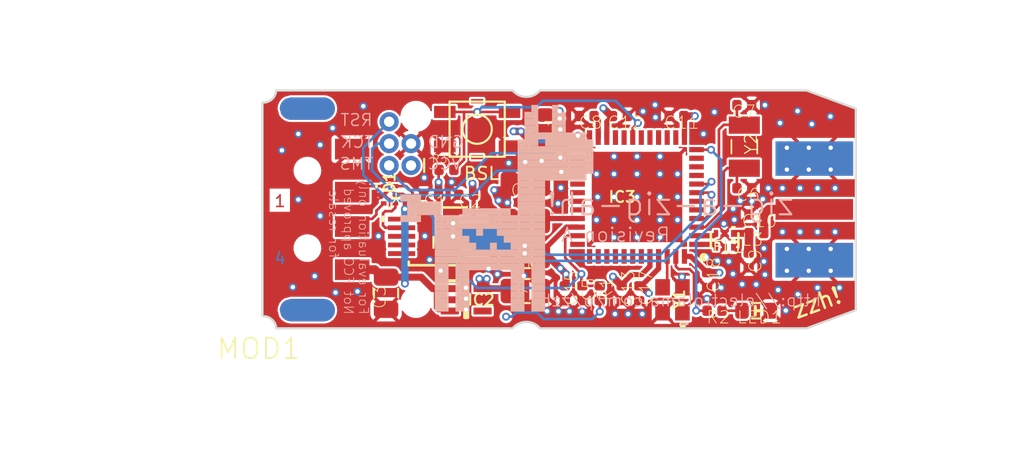
<source format=kicad_pcb>
(kicad_pcb (version 20221018) (generator pcbnew)
  (layers (0 "F.Cu" signal) (1 "In1.Cu" signal) (2 "In2.Cu" signal) (31 "B.Cu" signal) (34 "B.Paste" user) (35 "F.Paste" user) (36 "B.SilkS" user "B.Silkscreen") (37 "F.SilkS" user "F.Silkscreen") (38 "B.Mask" user) (39 "F.Mask" user) (44 "Edge.Cuts" user))
  (net 0 "")
  (net 1 "VUSB")
  (net 2 "RF_P")
  (net 3 "RF_N")
  (net 4 "X48M_P")
  (net 5 "X48M_N")
  (net 6 "X32K_Q2")
  (net 7 "X32K_Q1")
  (net 8 "RESET")
  (net 9 "DCDC_SW")
  (net 10 "VDDR")
  (net 11 "UNBAL")
  (net 12 "VDDS")
  (net 13 "GND")
  (net 14 "DCOUPL")
  (net 15 "VCC")
  (net 16 "TCK")
  (net 17 "TMS")
  (net 18 "PC_RX")
  (net 19 "PC_TX")
  (net 20 "BSL")
  (net 21 "LED")
  (net 22 "N$16")
  (net 23 "ANT")
  (net 24 "USB_D+")
  (net 25 "USB_D-")
  (net 26 "UD-")
  (net 27 "UD+")
  (footprint "working:_PKG_C_0402" (layer "F.Cu") (at 159.9396 105.299599)
    (fp_text reference "C10")
    (fp_text value "DNP")
  )
  (footprint "working:_PKG_C_0805" (layer "F.Cu") (at 138.4639 109.871599 -90)
    (fp_text reference "C3")
    (fp_text value "22u")
  )
  (footprint "working:_PKG_C_0805" (layer "F.Cu") (at 146.5411 105.680599 180)
    (fp_text reference "L2")
    (fp_text value "MLZ2012N6R8LT000")
  )
  (footprint "working:_PKG_C_0805" (layer "F.Cu") (at 146.5411 109.744599)
    (fp_text reference "C4")
    (fp_text value "22u")
  )
  (footprint "working:_PKG_C_0402" (layer "F.Cu") (at 152.1291 109.871599 -90)
    (fp_text reference "C13")
    (fp_text value "100n")
  )
  (footprint "working:_PKG_C_0805" (layer "F.Cu") (at 146.5411 107.712599 180)
    (fp_text reference "C14")
    (fp_text value "22u")
  )
  (footprint "working:_PKG_C_0402" (layer "F.Cu") (at 157.0821 109.109599 -90)
    (fp_text reference "C18")
    (fp_text value "100n")
  )
  (footprint "working:QFN50P700X700X100-49N" (layer "F.Cu") (at 153.0181 104.283599 180)
    (fp_text reference "IC3")
    (fp_text value "CC2652R1FRGZ")
  )
  (footprint "working:_PKG_C_0402" (layer "F.Cu") (at 141.9691 102.708799)
    (fp_text reference "R3")
    (fp_text value "100K")
  )
  (footprint "working:_PKG_C_0402" (layer "F.Cu") (at 149.8431 109.871599 90)
    (fp_text reference "C5")
    (fp_text value "100n")
  )
  (footprint "working:_PKG_C_0402" (layer "F.Cu") (at 141.0801 104.156599)
    (fp_text reference "C1")
    (fp_text value "100n")
  )
  (footprint "working:XTAL-4P-2016" (layer "F.Cu") (at 155.0755 110.252599 90)
    (fp_text reference "Y1")
    (fp_text value "Q22FA12800150")
  )
  (footprint "working:_PKG_LED_0603" (layer "F.Cu") (at 159.9269 110.887599 180)
    (fp_text reference "LED1")
    (fp_text value "")
  )
  (footprint "working:_PKG_C_0402" (layer "F.Cu") (at 150.0971 99.584599)
    (fp_text reference "C8")
    (fp_text value "1u")
  )
  (footprint "working:_PKG_MSOP10_TI-DGS10" (layer "F.Cu") (at 141.4611 106.569599)
    (fp_text reference "IC1")
    (fp_text value "CH340E" hide)
  )
  (footprint "working:_PKG_C_0402" (layer "F.Cu") (at 155.3041 99.584599 180)
    (fp_text reference "C11")
    (fp_text value "100n")
  )
  (footprint "working:_PKG_L_0402" (layer "F.Cu") (at 159.9396 106.379099)
    (fp_text reference "L3")
    (fp_text value "0")
  )
  (footprint "working:XTAL-2P-3215" (layer "F.Cu") (at 159.2411 101.362599 90)
    (fp_text reference "Y2")
    (fp_text value "32.768KHz")
  )
  (footprint "working:_PKG_C_0402" (layer "F.Cu") (at 150.8591 109.871599 -90)
    (fp_text reference "R1")
    (fp_text value "100K")
  )
  (footprint "working:_PKG_C_0402" (layer "F.Cu") (at 157.5139 110.887599)
    (fp_text reference "R2")
    (fp_text value "100")
  )
  (footprint "working:_PKG_C_0402" (layer "F.Cu") (at 152.0275 99.584599)
    (fp_text reference "C12")
    (fp_text value "100n")
  )
  (footprint "working:_PKG_C_0402" (layer "F.Cu") (at 159.2411 103.775599 180)
    (fp_text reference "C6")
    (fp_text value "12p")
  )
  (footprint "working:_PKG_C_0402" (layer "F.Cu") (at 148.8271 109.871599 -90)
    (fp_text reference "C15")
    (fp_text value "100n")
  )
  (footprint "working:_PKG_C_0402" (layer "F.Cu") (at 153.1451 109.871599 -90)
    (fp_text reference "C17")
    (fp_text value "100n")
  )
  (footprint "working:_PKG_C_0805" (layer "F.Cu") (at 146.5411 103.521599)
    (fp_text reference "C16")
    (fp_text value "22u")
  )
  (footprint "working:K2-1177SW-D4DW-06" (layer "F.Cu") (at 143.7471 100.346599 180)
    (fp_text reference "SW1" hide)
    (fp_text value "K2-1177SW-D4DW-06" hide)
  )
  (footprint "working:_PKG_L_0603" (layer "F.Cu") (at 147.6841 100.346599 90)
    (fp_text reference "L1")
    (fp_text value "BLM18HE152SN1")
  )
  (footprint "working:DEBUG_CORTEX_5PIN" (layer "F.Cu") (at 139.2767 101.184799 90)
    (fp_text reference "CON3" hide)
    (fp_text value "DNP" hide)
  )
  (footprint "working:_PKG_SOT886_JEDEC-MO-252" (layer "F.Cu") (at 138.6671 104.156599 -90)
    (fp_text reference "D1")
    (fp_text value "PRTR5V0U2F,115")
  )
  (footprint "working:LFB182G45BG5D920" (layer "F.Cu") (at 158.0981 106.798199)
    (fp_text reference "FL1")
    (fp_text value "BALUN_LFB182G45BG5D920")
  )
  (footprint "working:_PKG_C_0402" (layer "F.Cu") (at 159.4951 107.966599 90)
    (fp_text reference "C9")
    (fp_text value "DNP")
  )
  (footprint "working:_PKG_C_0402" (layer "F.Cu") (at 159.2411 98.949599 180)
    (fp_text reference "C7")
    (fp_text value "12p")
  )
  (footprint "working:SOT65P212X110-5N" (layer "F.Cu") (at 143.1121 110.252599)
    (fp_text reference "IC2")
    (fp_text value "ME6211C33R5G")
  )
  (footprint "working:ZZH_MODULE" (layer "F.Cu") (at 131.3011 111.903599)
    (fp_text reference "MOD1")
    (fp_text value "")
    (fp_line (start 0 -13.1) (end 0 -0.7) (stroke (width 0.127)) (layer "Edge.Cuts"))
    (fp_line (start 0.8 -13.8) (end 14.5 -13.8) (stroke (width 0.127)) (layer "Edge.Cuts"))
    (fp_line (start 0.8 0) (end 14.5 0) (stroke (width 0.127)) (layer "Edge.Cuts"))
    (fp_line (start 16.1 -13.8) (end 31.55 -13.8) (stroke (width 0.127)) (layer "Edge.Cuts"))
    (fp_line (start 16.1 0) (end 31.55 0) (stroke (width 0.127)) (layer "Edge.Cuts"))
    (fp_line (start 31.55 -13.8) (end 34.4 -12.743) (stroke (width 0.127)) (layer "Edge.Cuts"))
    (fp_line (start 31.55 0) (end 34.4 -1.057) (stroke (width 0.127)) (layer "Edge.Cuts"))
    (fp_line (start 34.4 -1.057) (end 34.4 -12.743) (stroke (width 0.127)) (layer "Edge.Cuts"))
    (fp_arc (start 0 -0.7) (mid 0.544974 -0.515685) (end 0.799999 0.000001) (stroke (width 0.127)) (layer "Edge.Cuts"))
    (fp_arc (start 0.8 -13.8) (mid 0.544974 -13.284314) (end -0.000001 -13.099999) (stroke (width 0.127)) (layer "Edge.Cuts"))
    (fp_arc (start 14.5 0) (mid 15.299999 -0.373046) (end 16.099999 -0.000001) (stroke (width 0.127)) (layer "Edge.Cuts"))
    (fp_arc (start 16.1 -13.8) (mid 15.300001 -13.426954) (end 14.500001 -13.799999) (stroke (width 0.127)) (layer "Edge.Cuts"))
  )
  (footprint "working:_PKG_C_0402" (layer "F.Cu") (at 143.1121 104.156599)
    (fp_text reference "C2")
    (fp_text value "100n")
  )
  (footprint "working:ELECTROLAMA" (layer "B.Cu") (at 144.471 106.379099 180)
    (fp_text reference "U$5" hide)
    (fp_text value "LOGO-ELECTROLAMA" hide)
  )
  (gr_line (start 155.9391 111.649599) (end 155.6216 111.649599) (stroke (width 0.1524)) (layer "B.SilkS"))
  (gr_line (start 137.9051 103.585099) (end 137.9051 103.712099) (stroke (width 0.1524)) (layer "F.SilkS"))
  (gr_line (start 138.2861 105.426599) (end 138.2861 105.680599) (stroke (width 0.1524)) (layer "F.SilkS"))
  (gr_text "1" (at 131.9361 104.918599) (layer "F.Cu") (effects (font (size 0.67056 0.67056) (thickness 0.09144)) (justify left bottom)))
  (gr_text "4" (at 131.9361 108.252349) (layer "B.Cu") (effects (font (size 0.67056 0.67056) (thickness 0.09144)) (justify left bottom)))
  (gr_text "RST" (at 137.7273 100.219599) (layer "B.SilkS") (effects (font (size 0.6858 0.6858) (thickness 0.0762)) (justify left bottom mirror)))
  (gr_text "GND" (at 140.8261 101.489599) (layer "B.SilkS") (effects (font (size 0.6858 0.6858) (thickness 0.0762)) (justify right bottom mirror)))
  (gr_text "For evaluation only\nNot FCC approved\n        for resale" (at 135.1111 111.141599 -90) (layer "B.SilkS") (effects (font (size 0.537464 0.537464) (thickness 0.046736)) (justify left bottom mirror)))
  (gr_text "http://electrolama.com/p/zzh" (at 163.7496 110.697099) (layer "B.SilkS") (effects (font (size 0.69342 0.69342) (thickness 0.06858)) (justify left bottom mirror)))
  (gr_text "zig-a-zig-ah!" (at 162.2256 105.451999) (layer "B.SilkS") (effects (font (size 1.27127 1.27127) (thickness 0.12573)) (justify left bottom mirror)))
  (gr_text "Revision A" (at 154.9866 106.950599) (layer "B.SilkS") (effects (font (size 0.80899 0.80899) (thickness 0.08001)) (justify left bottom mirror)))
  (gr_text "VCC" (at 140.8261 102.759599) (layer "B.SilkS") (effects (font (size 0.6858 0.6858) (thickness 0.0762)) (justify right bottom mirror)))
  (gr_text "TMS" (at 137.7781 102.759599) (layer "B.SilkS") (effects (font (size 0.6858 0.6858) (thickness 0.0762)) (justify left bottom mirror)))
  (gr_text "TCK" (at 137.7781 101.489599) (layer "B.SilkS") (effects (font (size 0.6858 0.6858) (thickness 0.0762)) (justify left bottom mirror)))
  (gr_text "zzh!" (at 162.2129 111.471799 20) (layer "F.SilkS") (effects (font (size 0.950214 0.950214) (thickness 0.141986)) (justify left bottom)))
  (gr_text "BSL" (at 142.9089 103.343799) (layer "F.SilkS") (effects (font (size 0.729234 0.729234) (thickness 0.108966)) (justify left bottom)))
  (segment (start 141.1667 109.602599) (end 140.5007 108.936599) (width 0.4064) (layer "F.Cu") (net 1))
  (segment (start 139.0041 104.156599) (end 139.4291 104.156599) (width 0.254) (layer "F.Cu") (net 1))
  (segment (start 139.5561 104.283599) (end 139.5561 104.982099) (width 0.254) (layer "F.Cu") (net 1))
  (segment (start 142.1621 109.602599) (end 141.3087 109.602599) (width 0.4064) (layer "F.Cu") (net 1))
  (segment (start 138.2401 108.936599) (end 138.4639 108.936599) (width 0.508) (layer "F.Cu") (net 1))
  (segment (start 141.3087 110.735199) (end 141.3087 109.602599) (width 0.1524) (layer "F.Cu") (net 1))
  (segment (start 137.8071 108.503599) (end 138.2401 108.936599) (width 0.508) (layer "F.Cu") (net 1))
  (segment (start 139.5561 109.312799) (end 139.5561 108.936599) (width 0.4318) (layer "F.Cu") (net 1))
  (segment (start 136.5011 108.503599) (end 137.8071 108.503599) (width 0.508) (layer "F.Cu") (net 1))
  (segment (start 141.3087 109.602599) (end 141.1667 109.602599) (width 0.4064) (layer "F.Cu") (net 1))
  (segment (start 142.1621 110.902599) (end 141.4761 110.902599) (width 0.1524) (layer "F.Cu") (net 1))
  (segment (start 139.5561 108.936599) (end 138.4639 108.936599) (width 0.4064) (layer "F.Cu") (net 1))
  (segment (start 141.4761 110.902599) (end 141.3087 110.735199) (width 0.1524) (layer "F.Cu") (net 1))
  (segment (start 140.5007 108.936599) (end 139.5561 108.936599) (width 0.4064) (layer "F.Cu") (net 1))
  (segment (start 139.4291 104.156599) (end 139.5561 104.283599) (width 0.254) (layer "F.Cu") (net 1))
  (via (at 139.5561 104.982099) (size 0.4572) (drill 0.254) (layers "F.Cu" "B.Cu") (net 1))
  (via (at 139.5561 109.312799) (size 0.4572) (drill 0.254) (layers "F.Cu" "B.Cu") (net 1))
  (segment (start 139.5561 104.982099) (end 139.5561 109.312799) (width 0.4318) (layer "B.Cu") (net 1))
  (segment (start 156.4681 107.033599) (end 157.4335 107.033599) (width 0.3048) (layer "F.Cu") (net 2))
  (segment (start 157.4335 107.033599) (end 157.5981 107.198199) (width 0.254) (layer "F.Cu") (net 2))
  (segment (start 156.4681 106.533599) (end 157.4627 106.533599) (width 0.3048) (layer "F.Cu") (net 3))
  (segment (start 157.4627 106.533599) (end 157.5981 106.398199) (width 0.254) (layer "F.Cu") (net 3))
  (segment (start 156.0661 108.474599) (end 156.3201 108.728599) (width 0.1524) (layer "F.Cu") (net 4))
  (segment (start 155.2681 107.733599) (end 155.2681 108.311599) (width 0.1524) (layer "F.Cu") (net 4))
  (segment (start 155.4311 108.474599) (end 156.0661 108.474599) (width 0.1524) (layer "F.Cu") (net 4))
  (segment (start 155.2681 108.311599) (end 155.4311 108.474599) (width 0.1524) (layer "F.Cu") (net 4))
  (segment (start 155.6505 110.977599) (end 155.6505 110.922199) (width 0.1524) (layer "F.Cu") (net 4))
  (segment (start 156.3201 108.728599) (end 156.3201 110.252599) (width 0.1524) (layer "F.Cu") (net 4))
  (segment (start 156.3201 110.252599) (end 155.6505 110.922199) (width 0.1524) (layer "F.Cu") (net 4))
  (segment (start 154.7681 107.733599) (end 154.7681 109.259999) (width 0.1524) (layer "F.Cu") (net 5))
  (segment (start 154.7681 109.259999) (end 154.5005 109.527599) (width 0.1524) (layer "F.Cu") (net 5))
  (segment (start 157.7679 100.371999) (end 158.0473 100.092599) (width 0.1524) (layer "F.Cu") (net 6))
  (segment (start 156.4681 105.533599) (end 156.9751 105.533599) (width 0.1524) (layer "F.Cu") (net 6))
  (segment (start 156.9751 105.533599) (end 157.7679 104.740799) (width 0.1524) (layer "F.Cu") (net 6))
  (segment (start 158.8111 98.949599) (end 158.8111 100.043599) (width 0.1524) (layer "F.Cu") (net 6))
  (segment (start 158.8601 100.092599) (end 159.2211 100.092599) (width 0.1524) (layer "F.Cu") (net 6))
  (segment (start 158.0473 100.092599) (end 158.8601 100.092599) (width 0.1524) (layer "F.Cu") (net 6))
  (segment (start 158.8111 100.043599) (end 158.8601 100.092599) (width 0.1524) (layer "F.Cu") (net 6))
  (segment (start 157.7679 104.740799) (end 157.7679 100.371999) (width 0.1524) (layer "F.Cu") (net 6))
  (segment (start 159.2211 100.092599) (end 159.2411 100.112599) (width 0.1524) (layer "F.Cu") (net 6))
  (segment (start 158.0473 104.969399) (end 156.9831 106.033599) (width 0.1524) (layer "F.Cu") (net 7))
  (segment (start 159.2411 102.612599) (end 158.8601 102.612599) (width 0.1524) (layer "F.Cu") (net 7))
  (segment (start 158.2451 102.612599) (end 158.0473 102.810399) (width 0.1524) (layer "F.Cu") (net 7))
  (segment (start 158.0473 102.810399) (end 158.0473 104.969399) (width 0.1524) (layer "F.Cu") (net 7))
  (segment (start 158.8111 102.661599) (end 158.8601 102.612599) (width 0.1524) (layer "F.Cu") (net 7))
  (segment (start 158.8601 102.612599) (end 158.2451 102.612599) (width 0.1524) (layer "F.Cu") (net 7))
  (segment (start 158.8111 103.775599) (end 158.8111 102.661599) (width 0.1524) (layer "F.Cu") (net 7))
  (segment (start 156.4681 106.033599) (end 156.9831 106.033599) (width 0.1524) (layer "F.Cu") (net 7))
  (segment (start 149.7923 108.753999) (end 148.8525 107.814199) (width 0.1524) (layer "F.Cu") (net 8))
  (segment (start 148.8525 106.671199) (end 148.8525 107.814199) (width 0.1524) (layer "F.Cu") (net 8))
  (segment (start 149.8431 109.441599) (end 149.7923 109.390799) (width 0.1524) (layer "F.Cu") (net 8))
  (segment (start 149.5681 106.533599) (end 148.9901 106.533599) (width 0.1524) (layer "F.Cu") (net 8))
  (segment (start 150.8591 109.441599) (end 149.8431 109.441599) (width 0.1524) (layer "F.Cu") (net 8))
  (segment (start 149.7923 108.753999) (end 149.7923 109.390799) (width 0.1524) (layer "F.Cu") (net 8))
  (segment (start 148.9901 106.533599) (end 148.8525 106.671199) (width 0.1524) (layer "F.Cu") (net 8))
  (via (at 149.7923 108.753999) (size 0.4572) (drill 0.254) (layers "F.Cu" "B.Cu") (net 8))
  (segment (start 138.6417 104.512199) (end 140.2165 104.512199) (width 0.1524) (layer "B.Cu") (net 8))
  (segment (start 148.9795 109.566799) (end 143.7471 109.566799) (width 0.1524) (layer "B.Cu") (net 8))
  (segment (start 141.2071 107.026799) (end 143.7471 109.566799) (width 0.1524) (layer "B.Cu") (net 8))
  (segment (start 141.2071 105.502799) (end 141.2071 107.026799) (width 0.1524) (layer "B.Cu") (net 8))
  (segment (start 140.2165 104.512199) (end 141.2071 105.502799) (width 0.1524) (layer "B.Cu") (net 8))
  (segment (start 137.1431 101.413399) (end 137.1431 103.013599) (width 0.1524) (layer "B.Cu") (net 8))
  (segment (start 149.7923 108.753999) (end 148.9795 109.566799) (width 0.1524) (layer "B.Cu") (net 8))
  (segment (start 138.6417 99.914799) (end 137.1431 101.413399) (width 0.1524) (layer "B.Cu") (net 8))
  (segment (start 137.1431 103.013599) (end 138.6417 104.512199) (width 0.1524) (layer "B.Cu") (net 8))
  (segment (start 147.6231 105.533599) (end 147.4761 105.680599) (width 0.3048) (layer "F.Cu") (net 9))
  (segment (start 149.5681 105.533599) (end 147.6231 105.533599) (width 0.3048) (layer "F.Cu") (net 9))
  (segment (start 145.4997 104.613799) (end 145.4997 103.978799) (width 0.4064) (layer "F.Cu") (net 10))
  (segment (start 145.4997 105.299599) (end 145.464 105.335299) (width 0.4064) (layer "F.Cu") (net 10))
  (segment (start 145.4997 104.613799) (end 145.4997 105.299599) (width 0.4064) (layer "F.Cu") (net 10))
  (segment (start 145.4997 103.978799) (end 145.6013 103.877199) (width 0.4826) (layer "F.Cu") (net 10))
  (segment (start 145.4513 104.966999) (end 144.9814 104.497099) (width 0.4318) (layer "F.Cu") (net 10))
  (segment (start 145.6013 103.526399) (end 145.6521 103.475599) (width 0.1524) (layer "F.Cu") (net 10))
  (segment (start 144.9917 104.486799) (end 144.9814 104.497099) (width 0.4064) (layer "F.Cu") (net 10))
  (segment (start 145.6013 103.877199) (end 145.6013 103.526399) (width 0.1524) (layer "F.Cu") (net 10))
  (segment (start 156.1361 107.733599) (end 157.0821 108.679599) (width 0.3048) (layer "F.Cu") (net 10))
  (segment (start 145.26955 103.883549) (end 144.7377 103.883549) (width 0.4318) (layer "F.Cu") (net 10))
  (segment (start 144.9917 104.486799) (end 145.4997 103.978799) (width 0.4826) (layer "F.Cu") (net 10))
  (segment (start 157.0821 108.679599) (end 157.7915 108.679599) (width 0.4318) (layer "F.Cu") (net 10))
  (segment (start 155.7681 107.733599) (end 156.1361 107.733599) (width 0.3048) (layer "F.Cu") (net 10))
  (segment (start 145.6061 105.680599) (end 145.6061 105.477399) (width 0.3048) (layer "F.Cu") (net 10))
  (segment (start 145.4513 105.322599) (end 145.4513 104.966999) (width 0.4064) (layer "F.Cu") (net 10))
  (segment (start 145.464 105.335299) (end 145.4513 105.322599) (width 0.4064) (layer "F.Cu") (net 10))
  (segment (start 153.2703 109.441599) (end 154.2681 108.443799) (width 0.3048) (layer "F.Cu") (net 10))
  (segment (start 153.1451 109.441599) (end 153.2703 109.441599) (width 0.3048) (layer "F.Cu") (net 10))
  (segment (start 145.6188 103.534299) (end 145.6061 103.521599) (width 0.3048) (layer "F.Cu") (net 10))
  (segment (start 145.6061 105.477399) (end 145.4513 105.322599) (width 0.3048) (layer "F.Cu") (net 10))
  (segment (start 144.9917 104.486799) (end 144.7377 103.883549) (width 0.4064) (layer "F.Cu") (net 10))
  (segment (start 153.27575 109.441599) (end 153.704825 109.870674) (width 0.4318) (layer "F.Cu") (net 10))
  (segment (start 154.2681 107.733599) (end 154.2681 108.443799) (width 0.3048) (layer "F.Cu") (net 10))
  (segment (start 145.6521 103.475599) (end 145.6061 103.521599) (width 0.3048) (layer "F.Cu") (net 10))
  (segment (start 145.6188 103.534299) (end 145.26955 103.883549) (width 0.4318) (layer "F.Cu") (net 10))
  (segment (start 145.6061 103.521599) (end 145.3013 103.826399) (width 0.3048) (layer "F.Cu") (net 10))
  (segment (start 153.1451 109.441599) (end 153.27575 109.441599) (width 0.3048) (layer "F.Cu") (net 10))
  (segment (start 157.7915 108.679599) (end 157.7933 108.677799) (width 0.3048) (layer "F.Cu") (net 10))
  (via (at 157.7933 108.677799) (size 0.4572) (drill 0.254) (layers "F.Cu" "B.Cu") (net 10))
  (via (at 153.704825 109.870674) (size 0.4572) (drill 0.254) (layers "F.Cu" "B.Cu") (net 10))
  (via (at 145.4997 104.613799) (size 0.4572) (drill 0.254) (layers "F.Cu" "B.Cu") (net 10))
  (via (at 144.9917 104.486799) (size 0.4572) (drill 0.254) (layers "F.Cu" "B.Cu") (net 10))
  (via (at 144.7377 103.883549) (size 0.4572) (drill 0.254) (layers "F.Cu" "B.Cu") (net 10))
  (segment (start 159.5096 106.379099) (end 159.4951 106.393599) (width 0.1524) (layer "F.Cu") (net 11))
  (segment (start 158.7043 106.393599) (end 159.4951 106.393599) (width 0.4064) (layer "F.Cu") (net 11))
  (segment (start 159.4951 106.393599) (end 159.4951 107.536599) (width 0.5334) (layer "F.Cu") (net 11))
  (segment (start 158.6027 106.393599) (end 158.7043 106.393599) (width 0.1524) (layer "F.Cu") (net 11))
  (segment (start 158.5981 106.398199) (end 158.6027 106.393599) (width 0.1524) (layer "F.Cu") (net 11))
  (segment (start 148.5683 108.423799) (end 148.5731 108.423799) (width 0.254) (layer "F.Cu") (net 12))
  (segment (start 151.5975 99.584599) (end 151.5195 99.584599) (width 0.3048) (layer "F.Cu") (net 12))
  (segment (start 148.4842 99.343299) (end 147.8674 99.343299) (width 0.3302) (layer "F.Cu") (net 12))
  (segment (start 153.7681 107.733599) (end 153.7681 108.308799) (width 0.3048) (layer "F.Cu") (net 12))
  (segment (start 148.9033 108.753999) (end 148.5731 108.423799) (width 0.4318) (layer "F.Cu") (net 12))
  (segment (start 155.7681 100.833599) (end 155.7681 99.618599) (width 0.3048) (layer "F.Cu") (net 12))
  (segment (start 155.7341 99.584599) (end 156.3709 99.584599) (width 0.4318) (layer "F.Cu") (net 12))
  (segment (start 148.5683 108.423799) (end 147.8571 107.712599) (width 0.4318) (layer "F.Cu") (net 12))
  (segment (start 148.9313 106.033599) (end 147.4761 107.488799) (width 0.3048) (layer "F.Cu") (net 12))
  (segment (start 147.4761 107.712599) (end 147.8571 107.712599) (width 0.3048) (layer "F.Cu") (net 12))
  (segment (start 151.2681 99.913999) (end 151.5975 99.584599) (width 0.3048) (layer "F.Cu") (net 12))
  (segment (start 155.7681 99.618599) (end 155.7341 99.584599) (width 0.3048) (layer "F.Cu") (net 12))
  (segment (start 152.710012 108.790599) (end 152.1291 109.371512) (width 0.3048) (layer "F.Cu") (net 12))
  (segment (start 151.2681 100.833599) (end 151.2681 99.913999) (width 0.3048) (layer "F.Cu") (net 12))
  (segment (start 153.2863 108.790599) (end 152.710012 108.790599) (width 0.3048) (layer "F.Cu") (net 12))
  (segment (start 149.5681 106.033599) (end 148.9313 106.033599) (width 0.3048) (layer "F.Cu") (net 12))
  (segment (start 153.7681 108.308799) (end 153.2863 108.790599) (width 0.3048) (layer "F.Cu") (net 12))
  (segment (start 148.535 99.292499) (end 148.4842 99.343299) (width 0.3302) (layer "F.Cu") (net 12))
  (segment (start 147.8674 99.343299) (end 147.6841 99.526599) (width 0.3048) (layer "F.Cu") (net 12))
  (segment (start 148.9033 108.753999) (end 148.9033 109.365399) (width 0.4318) (layer "F.Cu") (net 12))
  (segment (start 147.831 99.673499) (end 147.6841 99.526599) (width 0.1524) (layer "F.Cu") (net 12))
  (segment (start 148.9033 109.365399) (end 148.8271 109.441599) (width 0.3048) (layer "F.Cu") (net 12))
  (segment (start 152.1291 109.441599) (end 151.6211 108.933599) (width 0.4318) (layer "F.Cu") (net 12))
  (segment (start 152.1291 109.441599) (end 152.1291 109.371512) (width 0.3048) (layer "F.Cu") (net 12))
  (segment (start 147.4761 107.488799) (end 147.4761 107.712599) (width 0.254) (layer "F.Cu") (net 12))
  (segment (start 151.5195 99.584599) (end 151.0623 99.127399) (width 0.4318) (layer "F.Cu") (net 12))
  (segment (start 148.535 99.724299) (end 148.4842 99.673499) (width 0.3302) (layer "F.Cu") (net 12))
  (segment (start 151.6211 108.933599) (end 151.6211 108.906399) (width 0.3048) (layer "F.Cu") (net 12))
  (segment (start 148.4842 99.673499) (end 147.831 99.673499) (width 0.3302) (layer "F.Cu") (net 12))
  (via (at 148.535 99.292499) (size 0.4572) (drill 0.254) (layers "F.Cu" "B.Cu") (net 12))
  (via (at 148.5731 108.423799) (size 0.4572) (drill 0.254) (layers "F.Cu" "B.Cu") (net 12))
  (via (at 151.0623 99.127399) (size 0.4572) (drill 0.254) (layers "F.Cu" "B.Cu") (net 12))
  (via (at 148.535 99.724299) (size 0.4572) (drill 0.254) (layers "F.Cu" "B.Cu") (net 12))
  (via (at 148.9033 108.753999) (size 0.4572) (drill 0.254) (layers "F.Cu" "B.Cu") (net 12))
  (via (at 151.6211 108.906399) (size 0.4572) (drill 0.254) (layers "F.Cu" "B.Cu") (net 12))
  (via (at 156.3709 99.584599) (size 0.4572) (drill 0.254) (layers "F.Cu" "B.Cu") (net 12))
  (segment (start 133.9011 99.154599) (end 133.9011 99.153599) (width 0.1524) (layer "F.Cu") (net 13))
  (segment (start 138.3301 104.156599) (end 137.7781 104.156599) (width 0.254) (layer "F.Cu") (net 13))
  (via (at 143.1029 109.552999) (size 0.4572) (drill 0.254) (layers "F.Cu" "B.Cu") (net 13))
  (via (at 159.1176 109.349799) (size 0.4572) (drill 0.254) (layers "F.Cu" "B.Cu") (net 13))
  (via (at 146.5319 102.250499) (size 0.4572) (drill 0.254) (layers "F.Cu" "B.Cu") (net 13))
  (via (at 161.7084 101.424999) (size 0.4572) (drill 0.254) (layers "F.Cu" "B.Cu") (net 13))
  (via (at 154.3516 102.950099) (size 0.4572) (drill 0.254) (layers "F.Cu" "B.Cu") (net 13))
  (via (at 135.3686 100.281999) (size 0.4572) (drill 0.254) (layers "F.Cu" "B.Cu") (net 13))
  (via (at 151.6846 106.633099) (size 0.4572) (drill 0.254) (layers "F.Cu" "B.Cu") (net 13))
  (via (at 155.3676 104.283599) (size 0.4572) (drill 0.254) (layers "F.Cu" "B.Cu") (net 13))
  (via (at 149.0973 110.924599) (size 0.4572) (drill 0.254) (layers "F.Cu" "B.Cu") (net 13))
  (via (at 164.2484 107.298749) (size 0.4572) (drill 0.254) (layers "F.Cu" "B.Cu") (net 13))
  (via (at 159.6764 104.536499) (size 0.4572) (drill 0.254) (layers "F.Cu" "B.Cu") (net 13))
  (via (at 133.0572 109.514899) (size 0.4572) (drill 0.254) (layers "F.Cu" "B.Cu") (net 13))
  (via (at 160.4384 108.790999) (size 0.4572) (drill 0.254) (layers "F.Cu" "B.Cu") (net 13))
  (via (at 163.4864 109.552999) (size 0.4572) (drill 0.254) (layers "F.Cu" "B.Cu") (net 13))
  (via (at 153.0181 104.283599) (size 0.4572) (drill 0.254) (layers "F.Cu" "B.Cu") (net 13))
  (via (at 162.3434 109.933999) (size 0.4572) (drill 0.254) (layers "F.Cu" "B.Cu") (net 13))
  (via (at 151.7389 111.076999) (size 0.4572) (drill 0.254) (layers "F.Cu" "B.Cu") (net 13))
  (via (at 161.7084 108.568749) (size 0.4572) (drill 0.254) (layers "F.Cu" "B.Cu") (net 13))
  (via (at 154.063 98.935799) (size 0.4572) (drill 0.254) (layers "F.Cu" "B.Cu") (net 13))
  (via (at 137.1466 99.011999) (size 0.4572) (drill 0.254) (layers "F.Cu" "B.Cu") (net 13))
  (via (at 155.3676 105.617099) (size 0.4572) (drill 0.254) (layers "F.Cu" "B.Cu") (net 13))
  (via (at 158.5969 104.968299) (size 0.4572) (drill 0.254) (layers "F.Cu" "B.Cu") (net 13))
  (via (at 164.7564 109.552999) (size 0.4572) (drill 0.254) (layers "F.Cu" "B.Cu") (net 13))
  (via (at 151.6846 102.950099) (size 0.4572) (drill 0.254) (layers "F.Cu" "B.Cu") (net 13))
  (via (at 153.0181 106.633099) (size 0.4572) (drill 0.254) (layers "F.Cu" "B.Cu") (net 13))
  (via (at 155.6251 108.917999) (size 0.4572) (drill 0.254) (layers "F.Cu" "B.Cu") (net 13))
  (via (at 147.8019 110.911899) (size 0.4572) (drill 0.254) (layers "F.Cu" "B.Cu") (net 13))
  (via (at 160.4384 98.948499) (size 0.4572) (drill 0.254) (layers "F.Cu" "B.Cu") (net 13))
  (via (at 154.3516 106.633099) (size 0.4572) (drill 0.254) (layers "F.Cu" "B.Cu") (net 13))
  (via (at 134.6447 101.259899) (size 0.4572) (drill 0.254) (layers "F.Cu" "B.Cu") (net 13))
  (via (at 161.4544 103.774499) (size 0.4572) (drill 0.254) (layers "F.Cu" "B.Cu") (net 13))
  (via (at 161.2004 109.679999) (size 0.4572) (drill 0.254) (layers "F.Cu" "B.Cu") (net 13))
  (via (at 148.4623 110.924599) (size 0.4572) (drill 0.254) (layers "F.Cu" "B.Cu") (net 13))
  (via (at 134.3272 108.879899) (size 0.4572) (drill 0.254) (layers "F.Cu" "B.Cu") (net 13))
  (via (at 164.2484 101.424999) (size 0.4572) (drill 0.254) (layers "F.Cu" "B.Cu") (net 13))
  (via (at 158.5842 108.752899) (size 0.4572) (drill 0.254) (layers "F.Cu" "B.Cu") (net 13))
  (via (at 153.3264 111.076999) (size 0.4572) (drill 0.254) (layers "F.Cu" "B.Cu") (net 13))
  (via (at 145.5794 102.313999) (size 0.4572) (drill 0.254) (layers "F.Cu" "B.Cu") (net 13))
  (via (at 160.3114 104.409499) (size 0.4572) (drill 0.254) (layers "F.Cu" "B.Cu") (net 13))
  (via (at 164.2484 108.568749) (size 0.4572) (drill 0.254) (layers "F.Cu" "B.Cu") (net 13))
  (via (at 161.3147 99.989899) (size 0.4572) (drill 0.254) (layers "F.Cu" "B.Cu") (net 13))
  (via (at 132.4222 101.577399) (size 0.4572) (drill 0.254) (layers "F.Cu" "B.Cu") (net 13))
  (via (at 151.6846 101.934099) (size 0.4572) (drill 0.254) (layers "F.Cu" "B.Cu") (net 13))
  (via (at 154.0884 99.659699) (size 0.4572) (drill 0.254) (layers "F.Cu" "B.Cu") (net 13))
  (via (at 149.8339 110.937299) (size 0.4572) (drill 0.254) (layers "F.Cu" "B.Cu") (net 13))
  (via (at 135.5337 109.832399) (size 0.4572) (drill 0.254) (layers "F.Cu" "B.Cu") (net 13))
  (via (at 157.0729 110.187999) (size 0.4572) (drill 0.254) (layers "F.Cu" "B.Cu") (net 13))
  (via (at 150.7321 104.283599) (size 0.4572) (drill 0.254) (layers "F.Cu" "B.Cu") (net 13))
  (via (at 146.5065 107.114599) (size 0.4572) (drill 0.254) (layers "F.Cu" "B.Cu") (net 13))
  (via (at 161.6449 110.873799) (size 0.4572) (drill 0.254) (layers "F.Cu" "B.Cu") (net 13))
  (via (at 154.3516 105.617099) (size 0.4572) (drill 0.254) (layers "F.Cu" "B.Cu") (net 13))
  (via (at 133.3747 104.434899) (size 0.4572) (drill 0.254) (layers "F.Cu" "B.Cu") (net 13))
  (via (at 162.9784 107.298749) (size 0.4572) (drill 0.254) (layers "F.Cu" "B.Cu") (net 13))
  (via (at 144.919 108.765599) (size 0.4572) (drill 0.254) (layers "F.Cu" "B.Cu") (net 13))
  (via (at 153.0181 101.934099) (size 0.4572) (drill 0.254) (layers "F.Cu" "B.Cu") (net 13))
  (via (at 160.6289 103.774499) (size 0.4572) (drill 0.254) (layers "F.Cu" "B.Cu") (net 13))
  (via (at 142.2647 103.418899) (size 0.4572) (drill 0.254) (layers "F.Cu" "B.Cu") (net 13))
  (via (at 164.5024 103.774499) (size 0.4572) (drill 0.254) (layers "F.Cu" "B.Cu") (net 13))
  (via (at 159.9304 109.362499) (size 0.4572) (drill 0.254) (layers "F.Cu" "B.Cu") (net 13))
  (via (at 164.2484 102.694999) (size 0.4572) (drill 0.254) (layers "F.Cu" "B.Cu") (net 13))
  (via (at 163.4864 106.314499) (size 0.4572) (drill 0.254) (layers "F.Cu" "B.Cu") (net 13))
  (via (at 156.8697 100.624899) (size 0.4572) (drill 0.254) (layers "F.Cu" "B.Cu") (net 13))
  (via (at 155.3676 102.950099) (size 0.4572) (drill 0.254) (layers "F.Cu" "B.Cu") (net 13))
  (via (at 141.6297 108.562399) (size 0.4572) (drill 0.254) (layers "F.Cu" "B.Cu") (net 13))
  (via (at 164.2357 99.608899) (size 0.4572) (drill 0.254) (layers "F.Cu" "B.Cu") (net 13))
  (via (at 148.602 103.749099) (size 0.4572) (drill 0.254) (layers "F.Cu" "B.Cu") (net 13))
  (via (at 144.411 108.448099) (size 0.4572) (drill 0.254) (layers "F.Cu" "B.Cu") (net 13))
  (via (at 162.9784 101.424999) (size 0.4572) (drill 0.254) (layers "F.Cu" "B.Cu") (net 13))
  (via (at 153.3645 99.316799) (size 0.4572) (drill 0.254) (layers "F.Cu" "B.Cu") (net 13))
  (via (at 157.8984 109.552999) (size 0.4572) (drill 0.254) (layers "F.Cu" "B.Cu") (net 13))
  (via (at 161.7084 107.298749) (size 0.4572) (drill 0.254) (layers "F.Cu" "B.Cu") (net 13))
  (via (at 154.3516 104.283599) (size 0.4572) (drill 0.254) (layers "F.Cu" "B.Cu") (net 13))
  (via (at 158.6604 105.603299) (size 0.4572) (drill 0.254) (layers "F.Cu" "B.Cu") (net 13))
  (via (at 148.4369 104.663499) (size 0.4572) (drill 0.254) (layers "F.Cu" "B.Cu") (net 13))
  (via (at 159.0033 104.511099) (size 0.4572) (drill 0.254) (layers "F.Cu" "B.Cu") (net 13))
  (via (at 158.3429 108.028999) (size 0.4572) (drill 0.254) (layers "F.Cu" "B.Cu") (net 13))
  (via (at 147.4844 102.186999) (size 0.4572) (drill 0.254) (layers "F.Cu" "B.Cu") (net 13))
  (via (at 146.4557 108.867199) (size 0.4572) (drill 0.254) (layers "F.Cu" "B.Cu") (net 13))
  (via (at 140.6772 103.164899) (size 0.4572) (drill 0.254) (layers "F.Cu" "B.Cu") (net 13))
  (via (at 154.3516 101.934099) (size 0.4572) (drill 0.254) (layers "F.Cu" "B.Cu") (net 13))
  (via (at 162.3307 99.291399) (size 0.4572) (drill 0.254) (layers "F.Cu" "B.Cu") (net 13))
  (via (at 162.4704 103.774499) (size 0.4572) (drill 0.254) (layers "F.Cu" "B.Cu") (net 13))
  (via (at 148.6274 102.821999) (size 0.4572) (drill 0.254) (layers "F.Cu" "B.Cu") (net 13))
  (via (at 143.1029 110.822999) (size 0.4572) (drill 0.254) (layers "F.Cu" "B.Cu") (net 13))
  (via (at 157.0475 107.787699) (size 0.4572) (drill 0.254) (layers "F.Cu" "B.Cu") (net 13))
  (via (at 140.9947 107.927399) (size 0.4572) (drill 0.254) (layers "F.Cu" "B.Cu") (net 13))
  (via (at 140.7153 106.555799) (size 0.4572) (drill 0.254) (layers "F.Cu" "B.Cu") (net 13))
  (via (at 157.6825 107.978199) (size 0.4572) (drill 0.254) (layers "F.Cu" "B.Cu") (net 13))
  (via (at 150.6686 102.950099) (size 0.4572) (drill 0.254) (layers "F.Cu" "B.Cu") (net 13))
  (via (at 162.9784 102.694999) (size 0.4572) (drill 0.254) (layers "F.Cu" "B.Cu") (net 13))
  (via (at 133.3747 100.624899) (size 0.4572) (drill 0.254) (layers "F.Cu" "B.Cu") (net 13))
  (via (at 134.6447 105.387399) (size 0.4572) (drill 0.254) (layers "F.Cu" "B.Cu") (net 13))
  (via (at 150.6686 105.617099) (size 0.4572) (drill 0.254) (layers "F.Cu" "B.Cu") (net 13))
  (via (at 160.3749 107.266999) (size 0.4572) (drill 0.254) (layers "F.Cu" "B.Cu") (net 13))
  (via (at 153.0181 105.617099) (size 0.4572) (drill 0.254) (layers "F.Cu" "B.Cu") (net 13))
  (via (at 152.5009 111.076999) (size 0.4572) (drill 0.254) (layers "F.Cu" "B.Cu") (net 13))
  (via (at 160.3749 108.028999) (size 0.4572) (drill 0.254) (layers "F.Cu" "B.Cu") (net 13))
  (via (at 136.8037 109.768899) (size 0.4572) (drill 0.254) (layers "F.Cu" "B.Cu") (net 13))
  (via (at 161.7084 102.694999) (size 0.4572) (drill 0.254) (layers "F.Cu" "B.Cu") (net 13))
  (via (at 158.0508 105.831899) (size 0.4572) (drill 0.254) (layers "F.Cu" "B.Cu") (net 13))
  (via (at 162.9784 108.568749) (size 0.4572) (drill 0.254) (layers "F.Cu" "B.Cu") (net 13))
  (via (at 151.6846 104.283599) (size 0.4572) (drill 0.254) (layers "F.Cu" "B.Cu") (net 13))
  (via (at 153.0181 102.950099) (size 0.4572) (drill 0.254) (layers "F.Cu" "B.Cu") (net 13))
  (via (at 146.5065 107.559099) (size 0.4572) (drill 0.254) (layers "F.Cu" "B.Cu") (net 13))
  (via (at 163.4864 103.774499) (size 0.4572) (drill 0.254) (layers "F.Cu" "B.Cu") (net 13))
  (via (at 157.5047 99.354899) (size 0.4572) (drill 0.254) (layers "F.Cu" "B.Cu") (net 13))
  (via (at 148.5639 100.358199) (size 0.4572) (drill 0.254) (layers "F.Cu" "B.Cu") (net 13))
  (via (at 161.4544 106.314499) (size 0.4572) (drill 0.254) (layers "F.Cu" "B.Cu") (net 13))
  (via (at 163.1562 100.053399) (size 0.4572) (drill 0.254) (layers "F.Cu" "B.Cu") (net 13))
  (via (at 151.6846 105.617099) (size 0.4572) (drill 0.254) (layers "F.Cu" "B.Cu") (net 13))
  (via (at 164.5024 106.314499) (size 0.4572) (drill 0.254) (layers "F.Cu" "B.Cu") (net 13))
  (via (at 138.0229 106.555799) (size 0.4572) (drill 0.254) (layers "F.Cu" "B.Cu") (net 13))
  (via (at 143.1029 110.187999) (size 0.4572) (drill 0.254) (layers "F.Cu" "B.Cu") (net 13))
  (via (at 162.4704 106.314499) (size 0.4572) (drill 0.254) (layers "F.Cu" "B.Cu") (net 13))
  (segment (start 150.7681 100.833599) (end 150.7681 99.825599) (width 0.3048) (layer "F.Cu") (net 14))
  (segment (start 150.7681 99.825599) (end 150.5271 99.584599) (width 0.3048) (layer "F.Cu") (net 14))
  (segment (start 143.4913 103.519799) (end 143.468231 103.496731) (width 0.4318) (layer "F.Cu") (net 15))
  (segment (start 145.4641 109.602599) (end 145.6061 109.744599) (width 0.381) (layer "F.Cu") (net 15))
  (segment (start 141.5119 103.422799) (end 141.5119 102.735999) (width 0.1524) (layer "F.Cu") (net 15))
  (segment (start 146.9729 101.166599) (end 146.2871 100.480799) (width 0.4318) (layer "F.Cu") (net 15))
  (segment (start 144.0619 109.602399) (end 144.0621 109.602599) (width 0.381) (layer "F.Cu") (net 15))
  (segment (start 143.8741 109.033399) (end 143.9249 109.084199) (width 0.381) (layer "F.Cu") (net 15))
  (segment (start 147.6841 101.166599) (end 146.9729 101.166599) (width 0.4318) (layer "F.Cu") (net 15))
  (segment (start 146.2871 100.473599) (end 146.2871 100.480799) (width 0.3048) (layer "F.Cu") (net 15))
  (segment (start 150.8591 110.301599) (end 150.8591 110.938399) (width 0.1524) (layer "F.Cu") (net 15))
  (segment (start 143.5421 105.555099) (end 143.5566 105.569599) (width 0.254) (layer "F.Cu") (net 15))
  (segment (start 141.5101 104.156599) (end 141.5101 106.872599) (width 0.254) (layer "F.Cu") (net 15))
  (segment (start 145.6061 109.744599) (end 145.6061 110.003399) (width 0.381) (layer "F.Cu") (net 15))
  (segment (start 141.5101 104.156599) (end 141.5101 103.424599) (width 0.4318) (layer "F.Cu") (net 15))
  (segment (start 145.8553 110.252599) (end 145.6061 110.003399) (width 0.381) (layer "F.Cu") (net 15))
  (segment (start 144.2805 109.058799) (end 144.3059 109.033399) (width 0.381) (layer "F.Cu") (net 15))
  (segment (start 143.5421 104.156599) (end 143.4913 104.105799) (width 0.4318) (layer "F.Cu") (net 15))
  (segment (start 141.5101 106.872599) (end 141.7071 107.069599) (width 0.254) (layer "F.Cu") (net 15))
  (segment (start 145.8553 100.473599) (end 146.2871 100.473599) (width 0.4318) (layer "F.Cu") (net 15))
  (segment (start 141.7071 107.069599) (end 143.5566 107.069599) (width 0.254) (layer "F.Cu") (net 15))
  (segment (start 141.5101 103.424599) (end 141.5119 103.422799) (width 0.1524) (layer "F.Cu") (net 15))
  (segment (start 144.0619 109.602399) (end 143.8335 109.602399) (width 0.381) (layer "F.Cu") (net 15))
  (segment (start 144.0621 109.602599) (end 145.4641 109.602599) (width 0.381) (layer "F.Cu") (net 15))
  (segment (start 143.4913 103.519799) (end 143.4913 104.105799) (width 0.4318) (layer "F.Cu") (net 15))
  (segment (start 143.9249 109.510999) (end 143.8335 109.602399) (width 0.381) (layer "F.Cu") (net 15))
  (segment (start 143.5421 104.156599) (end 143.5421 105.555099) (width 0.254) (layer "F.Cu") (net 15))
  (segment (start 141.5119 102.735999) (end 141.5391 102.708799) (width 0.1524) (layer "F.Cu") (net 15))
  (segment (start 144.2805 109.058799) (end 144.2805 109.602599) (width 0.381) (layer "F.Cu") (net 15))
  (segment (start 143.9249 109.084199) (end 143.9249 109.510999) (width 0.381) (layer "F.Cu") (net 15))
  (segment (start 144.0621 109.602599) (end 144.2805 109.602599) (width 0.381) (layer "F.Cu") (net 15))
  (via (at 143.8741 109.033399) (size 0.4572) (drill 0.254) (layers "F.Cu" "B.Cu") (net 15))
  (via (at 143.468231 103.496731) (size 0.4572) (drill 0.254) (layers "F.Cu" "B.Cu") (net 15))
  (via (at 144.3059 109.033399) (size 0.4572) (drill 0.254) (layers "F.Cu" "B.Cu") (net 15))
  (via (at 146.2871 100.473599) (size 0.4572) (drill 0.254) (layers "F.Cu" "B.Cu") (net 15))
  (via (at 145.8553 100.473599) (size 0.4572) (drill 0.254) (layers "F.Cu" "B.Cu") (net 15))
  (via (at 145.4235 111.230499) (size 0.4572) (drill 0.254) (layers "F.Cu" "B.Cu") (net 15))
  (via (at 141.5119 103.422799) (size 0.4572) (drill 0.254) (layers "F.Cu" "B.Cu") (net 15))
  (via (at 150.8591 110.938399) (size 0.4572) (drill 0.254) (layers "F.Cu" "B.Cu") (net 15))
  (segment (start 150.4284 111.369099) (end 147.598853 111.369099) (width 0.1524) (layer "B.Cu") (net 15))
  (segment (start 147.218903 110.989199) (end 145.9988 110.989199) (width 0.1524) (layer "B.Cu") (net 15))
  (segment (start 145.7575 111.230499) (end 145.4235 111.230499) (width 0.1524) (layer "B.Cu") (net 15))
  (segment (start 147.598853 111.369099) (end 147.59854 111.368837) (width 0.1524) (layer "B.Cu") (net 15))
  (segment (start 147.59854 111.368837) (end 147.218903 110.989199) (width 0.1524) (layer "B.Cu") (net 15))
  (segment (start 150.8591 110.938399) (end 150.4284 111.369099) (width 0.1524) (layer "B.Cu") (net 15))
  (segment (start 145.9988 110.989199) (end 145.7575 111.230499) (width 0.1524) (layer "B.Cu") (net 15))
  (segment (start 149.5681 101.533599) (end 149.0371 101.533599) (width 0.1524) (layer "F.Cu") (net 16))
  (segment (start 149.0371 101.533599) (end 148.5731 101.997599) (width 0.1524) (layer "F.Cu") (net 16))
  (via (at 148.5731 101.997599) (size 0.4572) (drill 0.254) (layers "F.Cu" "B.Cu") (net 16))
  (segment (start 147.8111 102.759599) (end 144.8901 102.759599) (width 0.1524) (layer "B.Cu") (net 16))
  (segment (start 137.6511 101.489599) (end 137.6511 102.759599) (width 0.1524) (layer "B.Cu") (net 16))
  (segment (start 143.4677 104.181999) (end 144.8901 102.759599) (width 0.1524) (layer "B.Cu") (net 16))
  (segment (start 137.6511 102.759599) (end 139.0735 104.181999) (width 0.1524) (layer "B.Cu") (net 16))
  (segment (start 137.9559 101.184799) (end 137.6511 101.489599) (width 0.1524) (layer "B.Cu") (net 16))
  (segment (start 139.0735 104.181999) (end 143.4677 104.181999) (width 0.1524) (layer "B.Cu") (net 16))
  (segment (start 147.8111 102.759599) (end 148.5731 101.997599) (width 0.1524) (layer "B.Cu") (net 16))
  (segment (start 138.6417 101.184799) (end 137.9559 101.184799) (width 0.1524) (layer "B.Cu") (net 16))
  (segment (start 150.1621 100.727599) (end 150.2681 100.833599) (width 0.1524) (layer "F.Cu") (net 17))
  (segment (start 149.5891 100.727599) (end 150.1621 100.727599) (width 0.1524) (layer "F.Cu") (net 17))
  (via (at 149.5891 100.727599) (size 0.4572) (drill 0.254) (layers "F.Cu" "B.Cu") (net 17))
  (segment (start 138.6417 102.734199) (end 138.6417 102.454799) (width 0.1524) (layer "B.Cu") (net 17))
  (segment (start 139.7847 103.877199) (end 138.6417 102.734199) (width 0.1524) (layer "B.Cu") (net 17))
  (segment (start 144.5726 101.743599) (end 148.0651 101.743599) (width 0.1524) (layer "B.Cu") (net 17))
  (segment (start 142.439 103.877199) (end 144.5726 101.743599) (width 0.1524) (layer "B.Cu") (net 17))
  (segment (start 148.0651 101.743599) (end 149.0811 100.727599) (width 0.1524) (layer "B.Cu") (net 17))
  (segment (start 149.0811 100.727599) (end 149.5891 100.727599) (width 0.1524) (layer "B.Cu") (net 17))
  (segment (start 142.439 103.877199) (end 139.7847 103.877199) (width 0.1524) (layer "B.Cu") (net 17))
  (segment (start 157.1971 103.533599) (end 157.3361 103.394599) (width 0.1524) (layer "F.Cu") (net 18))
  (segment (start 143.5566 106.069599) (end 142.6121 106.069599) (width 0.254) (layer "F.Cu") (net 18))
  (segment (start 156.4681 103.533599) (end 157.1971 103.533599) (width 0.1524) (layer "F.Cu") (net 18))
  (segment (start 142.6121 106.069599) (end 142.3501 105.807599) (width 0.254) (layer "F.Cu") (net 18))
  (via (at 142.3501 105.807599) (size 0.4572) (drill 0.254) (layers "F.Cu" "B.Cu") (net 18))
  (via (at 157.3361 103.394599) (size 0.4572) (drill 0.254) (layers "F.Cu" "B.Cu") (net 18))
  (segment (start 145.7156 105.553599) (end 142.6041 105.553599) (width 0.1524) (layer "B.Cu") (net 18))
  (segment (start 157.3361 103.394599) (end 156.7011 104.029599) (width 0.1524) (layer "B.Cu") (net 18))
  (segment (start 147.7984 107.636399) (end 145.7156 105.553599) (width 0.1524) (layer "B.Cu") (net 18))
  (segment (start 156.7011 105.299599) (end 154.3643 107.636399) (width 0.1524) (layer "B.Cu") (net 18))
  (segment (start 142.3501 105.807599) (end 142.6041 105.553599) (width 0.1524) (layer "B.Cu") (net 18))
  (segment (start 147.7984 107.636399) (end 154.3643 107.636399) (width 0.1524) (layer "B.Cu") (net 18))
  (segment (start 156.7011 104.029599) (end 156.7011 105.299599) (width 0.1524) (layer "B.Cu") (net 18))
  (segment (start 156.4681 104.033599) (end 157.2131 104.033599) (width 0.1524) (layer "F.Cu") (net 19))
  (segment (start 143.5566 106.569599) (end 142.3501 106.569599) (width 0.254) (layer "F.Cu") (net 19))
  (segment (start 157.2131 104.033599) (end 157.3361 104.156599) (width 0.1524) (layer "F.Cu") (net 19))
  (via (at 157.3361 104.156599) (size 0.4572) (drill 0.254) (layers "F.Cu" "B.Cu") (net 19))
  (via (at 142.3501 106.569599) (size 0.4572) (drill 0.254) (layers "F.Cu" "B.Cu") (net 19))
  (segment (start 157.3361 105.299599) (end 157.3361 104.156599) (width 0.1524) (layer "B.Cu") (net 19))
  (segment (start 154.6437 107.991999) (end 143.1121 107.991999) (width 0.1524) (layer "B.Cu") (net 19))
  (segment (start 143.1121 107.991999) (end 142.3501 107.229999) (width 0.1524) (layer "B.Cu") (net 19))
  (segment (start 142.3501 107.229999) (end 142.3501 106.569599) (width 0.1524) (layer "B.Cu") (net 19))
  (segment (start 154.6437 107.991999) (end 157.3361 105.299599) (width 0.1524) (layer "B.Cu") (net 19))
  (segment (start 142.9851 99.346599) (end 141.8721 99.346599) (width 0.1524) (layer "F.Cu") (net 20))
  (segment (start 143.7471 99.346599) (end 142.9851 99.346599) (width 0.1524) (layer "F.Cu") (net 20))
  (segment (start 142.9851 102.124599) (end 142.4009 102.708799) (width 0.1524) (layer "F.Cu") (net 20))
  (segment (start 142.9851 102.124599) (end 142.9851 99.346599) (width 0.1524) (layer "F.Cu") (net 20))
  (segment (start 152.7681 100.833599) (end 152.7681 100.291799) (width 0.1524) (layer "F.Cu") (net 20))
  (segment (start 153.0689 99.990999) (end 152.7681 100.291799) (width 0.1524) (layer "F.Cu") (net 20))
  (segment (start 145.6221 99.346599) (end 143.7471 99.346599) (width 0.1524) (layer "F.Cu") (net 20))
  (segment (start 142.3991 102.708799) (end 142.4009 102.708799) (width 0.1524) (layer "F.Cu") (net 20))
  (via (at 143.7471 99.346599) (size 0.4572) (drill 0.254) (layers "F.Cu" "B.Cu") (net 20))
  (via (at 153.0689 99.990999) (size 0.4572) (drill 0.254) (layers "F.Cu" "B.Cu") (net 20))
  (segment (start 144.0171 99.076599) (end 143.7471 99.346599) (width 0.1524) (layer "B.Cu") (net 20))
  (segment (start 147.5571 98.695599) (end 147.1761 99.076599) (width 0.1524) (layer "B.Cu") (net 20))
  (segment (start 151.7735 98.695599) (end 153.0689 99.990999) (width 0.1524) (layer "B.Cu") (net 20))
  (segment (start 147.1761 99.076599) (end 144.0171 99.076599) (width 0.1524) (layer "B.Cu") (net 20))
  (segment (start 151.7735 98.695599) (end 147.5571 98.695599) (width 0.1524) (layer "B.Cu") (net 20))
  (segment (start 157.3107 101.540399) (end 156.4749 101.540399) (width 0.1524) (layer "F.Cu") (net 21))
  (segment (start 156.4749 101.540399) (end 156.4681 101.533599) (width 0.1524) (layer "F.Cu") (net 21))
  (segment (start 157.0839 110.887599) (end 156.4471 110.887599) (width 0.1524) (layer "F.Cu") (net 21))
  (via (at 157.3107 101.540399) (size 0.4572) (drill 0.254) (layers "F.Cu" "B.Cu") (net 21))
  (via (at 156.4471 110.887599) (size 0.4572) (drill 0.254) (layers "F.Cu" "B.Cu") (net 21))
  (segment (start 157.8949 105.375799) (end 157.8949 102.124599) (width 0.1524) (layer "B.Cu") (net 21))
  (segment (start 157.8949 102.124599) (end 157.3107 101.540399) (width 0.1524) (layer "B.Cu") (net 21))
  (segment (start 157.8949 105.375799) (end 156.4471 106.823599) (width 0.1524) (layer "B.Cu") (net 21))
  (segment (start 156.4471 106.823599) (end 156.4471 110.887599) (width 0.1524) (layer "B.Cu") (net 21))
  (segment (start 157.9439 110.887599) (end 159.1069 110.887599) (width 0.1524) (layer "F.Cu") (net 22))
  (segment (start 160.6656 105.003599) (end 163.3011 105.003599) (width 0.5334) (layer "F.Cu") (net 23))
  (segment (start 160.3696 105.299599) (end 160.6656 105.003599) (width 0.5334) (layer "F.Cu") (net 23))
  (segment (start 160.3696 105.299599) (end 160.3696 106.379099) (width 0.5334) (layer "F.Cu") (net 23))
  (segment (start 136.8481 103.656599) (end 136.5011 104.003599) (width 0.1524) (layer "F.Cu") (net 24))
  (segment (start 138.3301 103.656599) (end 136.8481 103.656599) (width 0.1524) (layer "F.Cu") (net 24))
  (segment (start 137.9051 105.299599) (end 137.9051 105.081599) (width 0.1524) (layer "F.Cu") (net 25))
  (segment (start 137.9051 105.081599) (end 138.3301 104.656599) (width 0.1524) (layer "F.Cu") (net 25))
  (segment (start 137.6511 105.553599) (end 137.9051 105.299599) (width 0.1524) (layer "F.Cu") (net 25))
  (segment (start 136.9511 105.553599) (end 137.6511 105.553599) (width 0.1524) (layer "F.Cu") (net 25))
  (segment (start 136.5011 106.003599) (end 136.9511 105.553599) (width 0.1524) (layer "F.Cu") (net 25))
  (segment (start 138.4131 105.109099) (end 138.2861 105.236099) (width 0.1524) (layer "F.Cu") (net 26))
  (segment (start 139.0041 104.899099) (end 138.7941 105.109099) (width 0.1524) (layer "F.Cu") (net 26))
  (segment (start 139.0041 104.656599) (end 139.0041 104.899099) (width 0.1524) (layer "F.Cu") (net 26))
  (segment (start 138.4211 106.069599) (end 139.3656 106.069599) (width 0.1524) (layer "F.Cu") (net 26))
  (segment (start 138.2861 105.236099) (end 138.2861 105.934599) (width 0.1524) (layer "F.Cu") (net 26))
  (segment (start 138.7941 105.109099) (end 138.4131 105.109099) (width 0.1524) (layer "F.Cu") (net 26))
  (segment (start 138.2861 105.934599) (end 138.4211 106.069599) (width 0.1524) (layer "F.Cu") (net 26))
  (segment (start 139.0041 103.656599) (end 139.6276 103.656599) (width 0.1524) (layer "F.Cu") (net 27))
  (segment (start 140.0006 104.029599) (end 140.0006 105.490099) (width 0.1524) (layer "F.Cu") (net 27))
  (segment (start 139.6276 103.656599) (end 140.0006 104.029599) (width 0.1524) (layer "F.Cu") (net 27))
  (segment (start 139.9211 105.569599) (end 139.3656 105.569599) (width 0.1524) (layer "F.Cu") (net 27))
  (segment (start 140.0006 105.490099) (end 139.9211 105.569599) (width 0.1524) (layer "F.Cu") (net 27))
  (zone (net 13) (net_name "GND") (layer "F.Cu") (priority 6) (connect_pads (clearance 0.000001)) (min_thickness 0.0762) (fill yes (thermal_gap 0.2024) (thermal_bridge_width 0.2024))
    (polygon (pts (xy 166.9373 113.249799) (xy 129.9549 113.249799) (xy 129.9549 96.587399) (xy 166.9373 96.587399)))
  )
  (zone (net 0) (net_name "") (layer "B.Cu") (connect_pads (clearance 0.5)) (min_thickness 0.25) (fill yes (thermal_gap 0.5) (thermal_bridge_width 0.5))
    (polygon (pts (xy 147.1761 101.489599) (xy 147.8111 101.489599) (xy 147.8111 100.854599) (xy 147.1761 100.854599)))
  )
  (zone (net 0) (net_name "") (layer "B.Cu") (priority 6) (connect_pads (clearance 0.000001)) (min_thickness 0.0762) (fill yes (thermal_gap 0.2024) (thermal_bridge_width 0.2024))
    (polygon (pts (xy 145.8553 106.792036) (xy 145.8553 107.534799) (xy 143.588537 107.534799) (xy 143.4169 107.363162) (xy 143.4169 107.153799) (xy 142.6549 107.153799) (xy 142.6549 106.030036) (xy 142.826537 105.858399) (xy 144.921663 105.858399)))
  )
)
</source>
